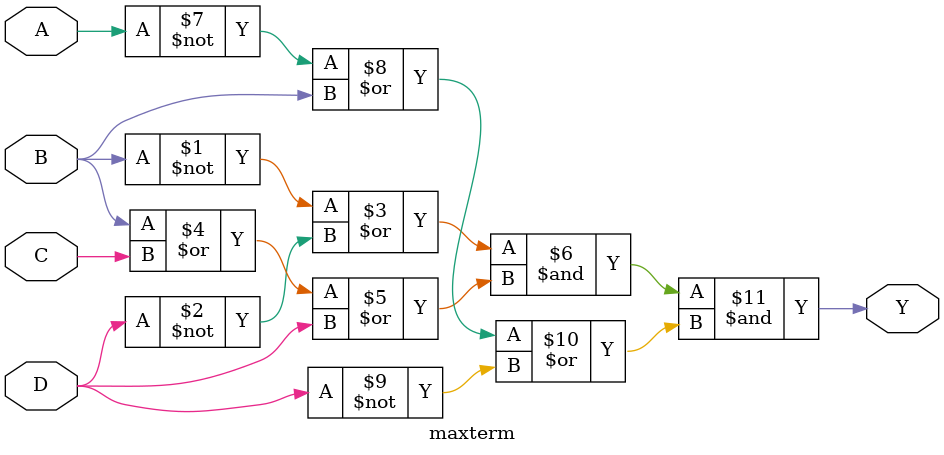
<source format=v>
module maxterm (
    input A, B, C, D,
    output Y
);

assign Y = (~B|~D)&(B|C|D)&(~A|B|~D) ;

endmodule

</source>
